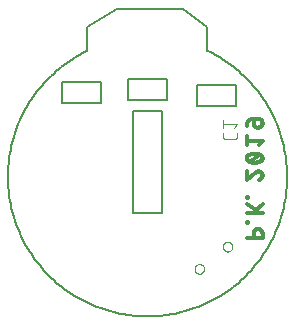
<source format=gbo>
G75*
%MOIN*%
%OFA0B0*%
%FSLAX25Y25*%
%IPPOS*%
%LPD*%
%AMOC8*
5,1,8,0,0,1.08239X$1,22.5*
%
%ADD10C,0.00600*%
%ADD11C,0.01300*%
%ADD12C,0.00000*%
%ADD13C,0.00500*%
%ADD14C,0.00400*%
D10*
X0061300Y0123300D02*
X0060276Y0122797D01*
X0059265Y0122269D01*
X0058267Y0121717D01*
X0057283Y0121140D01*
X0056314Y0120539D01*
X0055359Y0119915D01*
X0054420Y0119267D01*
X0053498Y0118597D01*
X0052591Y0117904D01*
X0051703Y0117189D01*
X0050832Y0116453D01*
X0049979Y0115695D01*
X0049145Y0114917D01*
X0048331Y0114118D01*
X0047536Y0113300D01*
X0046761Y0112463D01*
X0046008Y0111606D01*
X0045275Y0110732D01*
X0044565Y0109840D01*
X0043876Y0108931D01*
X0043210Y0108005D01*
X0042567Y0107063D01*
X0041947Y0106106D01*
X0041350Y0105133D01*
X0040778Y0104147D01*
X0040230Y0103146D01*
X0039707Y0102133D01*
X0039208Y0101107D01*
X0038735Y0100069D01*
X0038288Y0099020D01*
X0037867Y0097960D01*
X0037471Y0096890D01*
X0037102Y0095811D01*
X0036760Y0094723D01*
X0036444Y0093627D01*
X0036155Y0092523D01*
X0035894Y0091413D01*
X0035659Y0090297D01*
X0035452Y0089175D01*
X0035273Y0088049D01*
X0035122Y0086918D01*
X0034998Y0085784D01*
X0034902Y0084648D01*
X0034833Y0083509D01*
X0034793Y0082369D01*
X0034781Y0081229D01*
X0034797Y0080088D01*
X0034840Y0078948D01*
X0034912Y0077810D01*
X0035012Y0076674D01*
X0035139Y0075540D01*
X0035294Y0074410D01*
X0035477Y0073285D01*
X0035687Y0072163D01*
X0035925Y0071048D01*
X0036190Y0069938D01*
X0036482Y0068836D01*
X0036801Y0067741D01*
X0037147Y0066654D01*
X0037519Y0065576D01*
X0037918Y0064507D01*
X0038343Y0063449D01*
X0038793Y0062401D01*
X0039269Y0061364D01*
X0039771Y0060340D01*
X0040297Y0059328D01*
X0040848Y0058329D01*
X0041423Y0057344D01*
X0042023Y0056374D01*
X0042646Y0055418D01*
X0043292Y0054478D01*
X0043961Y0053555D01*
X0044652Y0052648D01*
X0045366Y0051758D01*
X0046101Y0050886D01*
X0046857Y0050032D01*
X0047634Y0049197D01*
X0048431Y0048381D01*
X0049248Y0047585D01*
X0050085Y0046809D01*
X0050940Y0046054D01*
X0051813Y0045321D01*
X0052704Y0044608D01*
X0053612Y0043918D01*
X0054537Y0043251D01*
X0055478Y0042606D01*
X0056434Y0041985D01*
X0057405Y0041387D01*
X0058391Y0040813D01*
X0059391Y0040263D01*
X0060403Y0039739D01*
X0061429Y0039239D01*
X0062466Y0038764D01*
X0063514Y0038315D01*
X0064574Y0037892D01*
X0065643Y0037495D01*
X0066722Y0037124D01*
X0067809Y0036780D01*
X0068905Y0036463D01*
X0070008Y0036172D01*
X0071117Y0035909D01*
X0072233Y0035673D01*
X0073355Y0035465D01*
X0074481Y0035284D01*
X0075611Y0035130D01*
X0076745Y0035005D01*
X0077881Y0034907D01*
X0079020Y0034837D01*
X0080159Y0034795D01*
X0081300Y0034781D01*
X0082441Y0034795D01*
X0083580Y0034837D01*
X0084719Y0034907D01*
X0085855Y0035005D01*
X0086989Y0035130D01*
X0088119Y0035284D01*
X0089245Y0035465D01*
X0090367Y0035673D01*
X0091483Y0035909D01*
X0092592Y0036172D01*
X0093695Y0036463D01*
X0094791Y0036780D01*
X0095878Y0037124D01*
X0096957Y0037495D01*
X0098026Y0037892D01*
X0099086Y0038315D01*
X0100134Y0038764D01*
X0101171Y0039239D01*
X0102197Y0039739D01*
X0103209Y0040263D01*
X0104209Y0040813D01*
X0105195Y0041387D01*
X0106166Y0041985D01*
X0107122Y0042606D01*
X0108063Y0043251D01*
X0108988Y0043918D01*
X0109896Y0044608D01*
X0110787Y0045321D01*
X0111660Y0046054D01*
X0112515Y0046809D01*
X0113352Y0047585D01*
X0114169Y0048381D01*
X0114966Y0049197D01*
X0115743Y0050032D01*
X0116499Y0050886D01*
X0117234Y0051758D01*
X0117948Y0052648D01*
X0118639Y0053555D01*
X0119308Y0054478D01*
X0119954Y0055418D01*
X0120577Y0056374D01*
X0121177Y0057344D01*
X0121752Y0058329D01*
X0122303Y0059328D01*
X0122829Y0060340D01*
X0123331Y0061364D01*
X0123807Y0062401D01*
X0124257Y0063449D01*
X0124682Y0064507D01*
X0125081Y0065576D01*
X0125453Y0066654D01*
X0125799Y0067741D01*
X0126118Y0068836D01*
X0126410Y0069938D01*
X0126675Y0071048D01*
X0126913Y0072163D01*
X0127123Y0073285D01*
X0127306Y0074410D01*
X0127461Y0075540D01*
X0127588Y0076674D01*
X0127688Y0077810D01*
X0127760Y0078948D01*
X0127803Y0080088D01*
X0127819Y0081229D01*
X0127807Y0082369D01*
X0127767Y0083509D01*
X0127698Y0084648D01*
X0127602Y0085784D01*
X0127478Y0086918D01*
X0127327Y0088049D01*
X0127148Y0089175D01*
X0126941Y0090297D01*
X0126706Y0091413D01*
X0126445Y0092523D01*
X0126156Y0093627D01*
X0125840Y0094723D01*
X0125498Y0095811D01*
X0125129Y0096890D01*
X0124733Y0097960D01*
X0124312Y0099020D01*
X0123865Y0100069D01*
X0123392Y0101107D01*
X0122893Y0102133D01*
X0122370Y0103146D01*
X0121822Y0104147D01*
X0121250Y0105133D01*
X0120653Y0106106D01*
X0120033Y0107063D01*
X0119390Y0108005D01*
X0118724Y0108931D01*
X0118035Y0109840D01*
X0117325Y0110732D01*
X0116592Y0111606D01*
X0115839Y0112463D01*
X0115064Y0113300D01*
X0114269Y0114118D01*
X0113455Y0114917D01*
X0112621Y0115695D01*
X0111768Y0116453D01*
X0110897Y0117189D01*
X0110009Y0117904D01*
X0109102Y0118597D01*
X0108180Y0119267D01*
X0107241Y0119915D01*
X0106286Y0120539D01*
X0105317Y0121140D01*
X0104333Y0121717D01*
X0103335Y0122269D01*
X0102324Y0122797D01*
X0101300Y0123300D01*
X0101300Y0131300D01*
X0093300Y0137300D01*
X0071300Y0137300D01*
X0061300Y0131300D01*
X0061300Y0123300D01*
D11*
X0114350Y0094797D02*
X0114350Y0091853D01*
X0114350Y0093325D02*
X0119650Y0093325D01*
X0118472Y0091853D01*
X0117000Y0086000D02*
X0116876Y0086002D01*
X0116752Y0086007D01*
X0116629Y0086016D01*
X0116506Y0086028D01*
X0116383Y0086044D01*
X0116261Y0086063D01*
X0116139Y0086086D01*
X0116018Y0086112D01*
X0115898Y0086141D01*
X0115778Y0086174D01*
X0115660Y0086211D01*
X0115543Y0086250D01*
X0115426Y0086293D01*
X0115312Y0086340D01*
X0115198Y0086389D01*
X0115086Y0086442D01*
X0115528Y0086295D02*
X0118472Y0088650D01*
X0118914Y0088502D02*
X0118974Y0088479D01*
X0119033Y0088453D01*
X0119090Y0088424D01*
X0119146Y0088391D01*
X0119199Y0088355D01*
X0119250Y0088316D01*
X0119298Y0088273D01*
X0119344Y0088228D01*
X0119388Y0088181D01*
X0119428Y0088131D01*
X0119465Y0088079D01*
X0119500Y0088024D01*
X0119531Y0087968D01*
X0119558Y0087910D01*
X0119582Y0087850D01*
X0119603Y0087789D01*
X0119620Y0087727D01*
X0119633Y0087664D01*
X0119642Y0087600D01*
X0119648Y0087536D01*
X0119650Y0087472D01*
X0119648Y0087408D01*
X0119642Y0087344D01*
X0119633Y0087280D01*
X0119620Y0087217D01*
X0119603Y0087155D01*
X0119582Y0087094D01*
X0119558Y0087034D01*
X0119531Y0086976D01*
X0119500Y0086920D01*
X0119465Y0086865D01*
X0119428Y0086813D01*
X0119388Y0086763D01*
X0119344Y0086716D01*
X0119298Y0086671D01*
X0119250Y0086628D01*
X0119199Y0086589D01*
X0119146Y0086553D01*
X0119090Y0086520D01*
X0119033Y0086491D01*
X0118974Y0086465D01*
X0118914Y0086442D01*
X0118914Y0088503D02*
X0118802Y0088556D01*
X0118689Y0088605D01*
X0118574Y0088652D01*
X0118458Y0088695D01*
X0118340Y0088734D01*
X0118222Y0088771D01*
X0118102Y0088804D01*
X0117982Y0088833D01*
X0117861Y0088859D01*
X0117739Y0088882D01*
X0117617Y0088901D01*
X0117494Y0088917D01*
X0117371Y0088929D01*
X0117248Y0088938D01*
X0117124Y0088943D01*
X0117000Y0088945D01*
X0117000Y0086000D02*
X0117124Y0086002D01*
X0117248Y0086007D01*
X0117371Y0086016D01*
X0117494Y0086028D01*
X0117617Y0086044D01*
X0117739Y0086063D01*
X0117861Y0086086D01*
X0117982Y0086112D01*
X0118102Y0086141D01*
X0118222Y0086174D01*
X0118340Y0086211D01*
X0118457Y0086250D01*
X0118574Y0086293D01*
X0118688Y0086340D01*
X0118802Y0086389D01*
X0118914Y0086442D01*
X0117000Y0088945D02*
X0116876Y0088943D01*
X0116752Y0088938D01*
X0116629Y0088929D01*
X0116506Y0088917D01*
X0116383Y0088901D01*
X0116261Y0088882D01*
X0116139Y0088859D01*
X0116018Y0088833D01*
X0115898Y0088804D01*
X0115778Y0088771D01*
X0115660Y0088734D01*
X0115543Y0088695D01*
X0115426Y0088652D01*
X0115312Y0088605D01*
X0115198Y0088556D01*
X0115086Y0088503D01*
X0115086Y0088502D02*
X0115026Y0088479D01*
X0114967Y0088453D01*
X0114910Y0088424D01*
X0114854Y0088391D01*
X0114801Y0088355D01*
X0114750Y0088316D01*
X0114702Y0088273D01*
X0114656Y0088228D01*
X0114612Y0088181D01*
X0114572Y0088131D01*
X0114535Y0088079D01*
X0114500Y0088024D01*
X0114469Y0087968D01*
X0114442Y0087910D01*
X0114418Y0087850D01*
X0114397Y0087789D01*
X0114380Y0087727D01*
X0114367Y0087664D01*
X0114358Y0087600D01*
X0114352Y0087536D01*
X0114350Y0087472D01*
X0114352Y0087408D01*
X0114358Y0087344D01*
X0114367Y0087280D01*
X0114380Y0087217D01*
X0114397Y0087155D01*
X0114418Y0087094D01*
X0114442Y0087034D01*
X0114469Y0086976D01*
X0114500Y0086920D01*
X0114535Y0086865D01*
X0114572Y0086813D01*
X0114612Y0086763D01*
X0114656Y0086716D01*
X0114702Y0086671D01*
X0114750Y0086628D01*
X0114801Y0086589D01*
X0114854Y0086553D01*
X0114910Y0086520D01*
X0114967Y0086491D01*
X0115026Y0086465D01*
X0115086Y0086442D01*
X0114350Y0083092D02*
X0114350Y0080148D01*
X0117294Y0082650D01*
X0119650Y0081767D02*
X0119648Y0081688D01*
X0119643Y0081609D01*
X0119633Y0081530D01*
X0119621Y0081452D01*
X0119604Y0081374D01*
X0119584Y0081298D01*
X0119560Y0081222D01*
X0119533Y0081147D01*
X0119503Y0081074D01*
X0119469Y0081003D01*
X0119431Y0080933D01*
X0119391Y0080864D01*
X0119347Y0080798D01*
X0119301Y0080734D01*
X0119251Y0080672D01*
X0119199Y0080613D01*
X0119144Y0080556D01*
X0119086Y0080501D01*
X0119026Y0080450D01*
X0118963Y0080401D01*
X0118899Y0080355D01*
X0118832Y0080313D01*
X0118763Y0080273D01*
X0118693Y0080237D01*
X0118621Y0080204D01*
X0118547Y0080174D01*
X0118472Y0080148D01*
X0117295Y0082650D02*
X0117346Y0082701D01*
X0117399Y0082749D01*
X0117455Y0082795D01*
X0117513Y0082838D01*
X0117573Y0082877D01*
X0117635Y0082914D01*
X0117699Y0082947D01*
X0117764Y0082977D01*
X0117831Y0083004D01*
X0117899Y0083027D01*
X0117969Y0083047D01*
X0118039Y0083063D01*
X0118110Y0083076D01*
X0118181Y0083085D01*
X0118253Y0083090D01*
X0118325Y0083092D01*
X0118397Y0083090D01*
X0118468Y0083084D01*
X0118539Y0083075D01*
X0118610Y0083061D01*
X0118679Y0083044D01*
X0118748Y0083023D01*
X0118815Y0082998D01*
X0118881Y0082970D01*
X0118946Y0082938D01*
X0119008Y0082902D01*
X0119069Y0082864D01*
X0119127Y0082822D01*
X0119183Y0082777D01*
X0119236Y0082729D01*
X0119287Y0082678D01*
X0119335Y0082625D01*
X0119380Y0082569D01*
X0119422Y0082511D01*
X0119460Y0082450D01*
X0119496Y0082388D01*
X0119528Y0082323D01*
X0119556Y0082257D01*
X0119581Y0082190D01*
X0119602Y0082121D01*
X0119619Y0082052D01*
X0119633Y0081981D01*
X0119642Y0081910D01*
X0119648Y0081839D01*
X0119650Y0081767D01*
X0114644Y0074549D02*
X0114350Y0074549D01*
X0114350Y0074254D01*
X0114644Y0074254D01*
X0114644Y0074549D01*
X0114350Y0072117D02*
X0117589Y0070350D01*
X0116411Y0069172D02*
X0119650Y0072117D01*
X0119650Y0069172D02*
X0114350Y0069172D01*
X0114350Y0066355D02*
X0114350Y0066061D01*
X0114644Y0066061D01*
X0114644Y0066355D01*
X0114350Y0066355D01*
X0116706Y0062451D02*
X0116706Y0060979D01*
X0116706Y0062451D02*
X0116708Y0062527D01*
X0116714Y0062602D01*
X0116724Y0062678D01*
X0116737Y0062752D01*
X0116755Y0062826D01*
X0116776Y0062899D01*
X0116801Y0062970D01*
X0116829Y0063040D01*
X0116861Y0063109D01*
X0116897Y0063176D01*
X0116936Y0063241D01*
X0116978Y0063304D01*
X0117024Y0063365D01*
X0117072Y0063423D01*
X0117124Y0063478D01*
X0117178Y0063531D01*
X0117235Y0063581D01*
X0117294Y0063628D01*
X0117356Y0063672D01*
X0117420Y0063713D01*
X0117486Y0063750D01*
X0117554Y0063784D01*
X0117623Y0063815D01*
X0117694Y0063841D01*
X0117767Y0063864D01*
X0117840Y0063884D01*
X0117914Y0063899D01*
X0117989Y0063911D01*
X0118064Y0063919D01*
X0118140Y0063923D01*
X0118216Y0063923D01*
X0118292Y0063919D01*
X0118367Y0063911D01*
X0118442Y0063899D01*
X0118516Y0063884D01*
X0118589Y0063864D01*
X0118662Y0063841D01*
X0118733Y0063815D01*
X0118802Y0063784D01*
X0118870Y0063750D01*
X0118936Y0063713D01*
X0119000Y0063672D01*
X0119062Y0063628D01*
X0119121Y0063581D01*
X0119178Y0063531D01*
X0119232Y0063478D01*
X0119284Y0063423D01*
X0119332Y0063365D01*
X0119378Y0063304D01*
X0119420Y0063241D01*
X0119459Y0063176D01*
X0119495Y0063109D01*
X0119527Y0063040D01*
X0119555Y0062970D01*
X0119580Y0062899D01*
X0119601Y0062826D01*
X0119619Y0062752D01*
X0119632Y0062678D01*
X0119642Y0062602D01*
X0119648Y0062527D01*
X0119650Y0062451D01*
X0119650Y0060979D01*
X0114350Y0060979D01*
X0117883Y0097706D02*
X0118178Y0097706D01*
X0117883Y0097705D02*
X0117817Y0097707D01*
X0117751Y0097712D01*
X0117686Y0097722D01*
X0117621Y0097735D01*
X0117557Y0097751D01*
X0117494Y0097771D01*
X0117432Y0097795D01*
X0117372Y0097822D01*
X0117313Y0097852D01*
X0117256Y0097886D01*
X0117201Y0097922D01*
X0117149Y0097962D01*
X0117098Y0098005D01*
X0117050Y0098050D01*
X0117005Y0098098D01*
X0116962Y0098149D01*
X0116922Y0098201D01*
X0116886Y0098256D01*
X0116852Y0098313D01*
X0116822Y0098372D01*
X0116795Y0098432D01*
X0116771Y0098494D01*
X0116751Y0098557D01*
X0116735Y0098621D01*
X0116722Y0098686D01*
X0116712Y0098751D01*
X0116707Y0098817D01*
X0116705Y0098883D01*
X0116706Y0098883D02*
X0116706Y0100650D01*
X0118178Y0100650D01*
X0118254Y0100648D01*
X0118329Y0100642D01*
X0118405Y0100632D01*
X0118479Y0100619D01*
X0118553Y0100601D01*
X0118626Y0100580D01*
X0118697Y0100555D01*
X0118767Y0100527D01*
X0118836Y0100495D01*
X0118903Y0100459D01*
X0118968Y0100420D01*
X0119031Y0100378D01*
X0119092Y0100332D01*
X0119150Y0100284D01*
X0119205Y0100232D01*
X0119258Y0100178D01*
X0119308Y0100121D01*
X0119355Y0100062D01*
X0119399Y0100000D01*
X0119440Y0099936D01*
X0119477Y0099870D01*
X0119511Y0099802D01*
X0119542Y0099733D01*
X0119568Y0099662D01*
X0119591Y0099589D01*
X0119611Y0099516D01*
X0119626Y0099442D01*
X0119638Y0099367D01*
X0119646Y0099292D01*
X0119650Y0099216D01*
X0119650Y0099140D01*
X0119646Y0099064D01*
X0119638Y0098989D01*
X0119626Y0098914D01*
X0119611Y0098840D01*
X0119591Y0098767D01*
X0119568Y0098694D01*
X0119542Y0098623D01*
X0119511Y0098554D01*
X0119477Y0098486D01*
X0119440Y0098420D01*
X0119399Y0098356D01*
X0119355Y0098294D01*
X0119308Y0098235D01*
X0119258Y0098178D01*
X0119205Y0098124D01*
X0119150Y0098072D01*
X0119092Y0098024D01*
X0119031Y0097978D01*
X0118968Y0097936D01*
X0118903Y0097897D01*
X0118836Y0097861D01*
X0118767Y0097829D01*
X0118697Y0097801D01*
X0118626Y0097776D01*
X0118553Y0097755D01*
X0118479Y0097737D01*
X0118405Y0097724D01*
X0118329Y0097714D01*
X0118254Y0097708D01*
X0118178Y0097706D01*
X0116706Y0100650D02*
X0116611Y0100648D01*
X0116516Y0100642D01*
X0116422Y0100633D01*
X0116328Y0100619D01*
X0116235Y0100602D01*
X0116142Y0100582D01*
X0116051Y0100557D01*
X0115960Y0100529D01*
X0115871Y0100497D01*
X0115783Y0100461D01*
X0115696Y0100423D01*
X0115611Y0100380D01*
X0115528Y0100334D01*
X0115447Y0100285D01*
X0115368Y0100233D01*
X0115291Y0100177D01*
X0115216Y0100119D01*
X0115144Y0100057D01*
X0115074Y0099993D01*
X0115007Y0099926D01*
X0114943Y0099856D01*
X0114881Y0099784D01*
X0114823Y0099709D01*
X0114767Y0099632D01*
X0114715Y0099553D01*
X0114666Y0099472D01*
X0114620Y0099389D01*
X0114577Y0099304D01*
X0114539Y0099217D01*
X0114503Y0099129D01*
X0114471Y0099040D01*
X0114443Y0098949D01*
X0114418Y0098858D01*
X0114398Y0098765D01*
X0114381Y0098672D01*
X0114367Y0098578D01*
X0114358Y0098484D01*
X0114352Y0098389D01*
X0114350Y0098294D01*
D12*
X0106428Y0057994D02*
X0106430Y0058074D01*
X0106436Y0058153D01*
X0106446Y0058232D01*
X0106460Y0058311D01*
X0106477Y0058389D01*
X0106499Y0058466D01*
X0106524Y0058541D01*
X0106554Y0058615D01*
X0106586Y0058688D01*
X0106623Y0058759D01*
X0106663Y0058828D01*
X0106706Y0058895D01*
X0106753Y0058960D01*
X0106802Y0059022D01*
X0106855Y0059082D01*
X0106911Y0059139D01*
X0106969Y0059194D01*
X0107030Y0059245D01*
X0107094Y0059293D01*
X0107160Y0059338D01*
X0107228Y0059380D01*
X0107298Y0059418D01*
X0107370Y0059452D01*
X0107443Y0059483D01*
X0107518Y0059511D01*
X0107595Y0059534D01*
X0107672Y0059554D01*
X0107750Y0059570D01*
X0107829Y0059582D01*
X0107908Y0059590D01*
X0107988Y0059594D01*
X0108068Y0059594D01*
X0108148Y0059590D01*
X0108227Y0059582D01*
X0108306Y0059570D01*
X0108384Y0059554D01*
X0108461Y0059534D01*
X0108538Y0059511D01*
X0108613Y0059483D01*
X0108686Y0059452D01*
X0108758Y0059418D01*
X0108828Y0059380D01*
X0108896Y0059338D01*
X0108962Y0059293D01*
X0109026Y0059245D01*
X0109087Y0059194D01*
X0109145Y0059139D01*
X0109201Y0059082D01*
X0109254Y0059022D01*
X0109303Y0058960D01*
X0109350Y0058895D01*
X0109393Y0058828D01*
X0109433Y0058759D01*
X0109470Y0058688D01*
X0109502Y0058615D01*
X0109532Y0058541D01*
X0109557Y0058466D01*
X0109579Y0058389D01*
X0109596Y0058311D01*
X0109610Y0058232D01*
X0109620Y0058153D01*
X0109626Y0058074D01*
X0109628Y0057994D01*
X0109626Y0057914D01*
X0109620Y0057835D01*
X0109610Y0057756D01*
X0109596Y0057677D01*
X0109579Y0057599D01*
X0109557Y0057522D01*
X0109532Y0057447D01*
X0109502Y0057373D01*
X0109470Y0057300D01*
X0109433Y0057229D01*
X0109393Y0057160D01*
X0109350Y0057093D01*
X0109303Y0057028D01*
X0109254Y0056966D01*
X0109201Y0056906D01*
X0109145Y0056849D01*
X0109087Y0056794D01*
X0109026Y0056743D01*
X0108962Y0056695D01*
X0108896Y0056650D01*
X0108828Y0056608D01*
X0108758Y0056570D01*
X0108686Y0056536D01*
X0108613Y0056505D01*
X0108538Y0056477D01*
X0108461Y0056454D01*
X0108384Y0056434D01*
X0108306Y0056418D01*
X0108227Y0056406D01*
X0108148Y0056398D01*
X0108068Y0056394D01*
X0107988Y0056394D01*
X0107908Y0056398D01*
X0107829Y0056406D01*
X0107750Y0056418D01*
X0107672Y0056434D01*
X0107595Y0056454D01*
X0107518Y0056477D01*
X0107443Y0056505D01*
X0107370Y0056536D01*
X0107298Y0056570D01*
X0107228Y0056608D01*
X0107160Y0056650D01*
X0107094Y0056695D01*
X0107030Y0056743D01*
X0106969Y0056794D01*
X0106911Y0056849D01*
X0106855Y0056906D01*
X0106802Y0056966D01*
X0106753Y0057028D01*
X0106706Y0057093D01*
X0106663Y0057160D01*
X0106623Y0057229D01*
X0106586Y0057300D01*
X0106554Y0057373D01*
X0106524Y0057447D01*
X0106499Y0057522D01*
X0106477Y0057599D01*
X0106460Y0057677D01*
X0106446Y0057756D01*
X0106436Y0057835D01*
X0106430Y0057914D01*
X0106428Y0057994D01*
X0096972Y0050606D02*
X0096974Y0050686D01*
X0096980Y0050765D01*
X0096990Y0050844D01*
X0097004Y0050923D01*
X0097021Y0051001D01*
X0097043Y0051078D01*
X0097068Y0051153D01*
X0097098Y0051227D01*
X0097130Y0051300D01*
X0097167Y0051371D01*
X0097207Y0051440D01*
X0097250Y0051507D01*
X0097297Y0051572D01*
X0097346Y0051634D01*
X0097399Y0051694D01*
X0097455Y0051751D01*
X0097513Y0051806D01*
X0097574Y0051857D01*
X0097638Y0051905D01*
X0097704Y0051950D01*
X0097772Y0051992D01*
X0097842Y0052030D01*
X0097914Y0052064D01*
X0097987Y0052095D01*
X0098062Y0052123D01*
X0098139Y0052146D01*
X0098216Y0052166D01*
X0098294Y0052182D01*
X0098373Y0052194D01*
X0098452Y0052202D01*
X0098532Y0052206D01*
X0098612Y0052206D01*
X0098692Y0052202D01*
X0098771Y0052194D01*
X0098850Y0052182D01*
X0098928Y0052166D01*
X0099005Y0052146D01*
X0099082Y0052123D01*
X0099157Y0052095D01*
X0099230Y0052064D01*
X0099302Y0052030D01*
X0099372Y0051992D01*
X0099440Y0051950D01*
X0099506Y0051905D01*
X0099570Y0051857D01*
X0099631Y0051806D01*
X0099689Y0051751D01*
X0099745Y0051694D01*
X0099798Y0051634D01*
X0099847Y0051572D01*
X0099894Y0051507D01*
X0099937Y0051440D01*
X0099977Y0051371D01*
X0100014Y0051300D01*
X0100046Y0051227D01*
X0100076Y0051153D01*
X0100101Y0051078D01*
X0100123Y0051001D01*
X0100140Y0050923D01*
X0100154Y0050844D01*
X0100164Y0050765D01*
X0100170Y0050686D01*
X0100172Y0050606D01*
X0100170Y0050526D01*
X0100164Y0050447D01*
X0100154Y0050368D01*
X0100140Y0050289D01*
X0100123Y0050211D01*
X0100101Y0050134D01*
X0100076Y0050059D01*
X0100046Y0049985D01*
X0100014Y0049912D01*
X0099977Y0049841D01*
X0099937Y0049772D01*
X0099894Y0049705D01*
X0099847Y0049640D01*
X0099798Y0049578D01*
X0099745Y0049518D01*
X0099689Y0049461D01*
X0099631Y0049406D01*
X0099570Y0049355D01*
X0099506Y0049307D01*
X0099440Y0049262D01*
X0099372Y0049220D01*
X0099302Y0049182D01*
X0099230Y0049148D01*
X0099157Y0049117D01*
X0099082Y0049089D01*
X0099005Y0049066D01*
X0098928Y0049046D01*
X0098850Y0049030D01*
X0098771Y0049018D01*
X0098692Y0049010D01*
X0098612Y0049006D01*
X0098532Y0049006D01*
X0098452Y0049010D01*
X0098373Y0049018D01*
X0098294Y0049030D01*
X0098216Y0049046D01*
X0098139Y0049066D01*
X0098062Y0049089D01*
X0097987Y0049117D01*
X0097914Y0049148D01*
X0097842Y0049182D01*
X0097772Y0049220D01*
X0097704Y0049262D01*
X0097638Y0049307D01*
X0097574Y0049355D01*
X0097513Y0049406D01*
X0097455Y0049461D01*
X0097399Y0049518D01*
X0097346Y0049578D01*
X0097297Y0049640D01*
X0097250Y0049705D01*
X0097207Y0049772D01*
X0097167Y0049841D01*
X0097130Y0049912D01*
X0097098Y0049985D01*
X0097068Y0050059D01*
X0097043Y0050134D01*
X0097021Y0050211D01*
X0097004Y0050289D01*
X0096990Y0050368D01*
X0096980Y0050447D01*
X0096974Y0050526D01*
X0096972Y0050606D01*
D13*
X0076623Y0069272D02*
X0076623Y0103328D01*
X0085977Y0103328D01*
X0085977Y0069272D01*
X0076623Y0069272D01*
X0097800Y0104800D02*
X0110800Y0104800D01*
X0110800Y0111800D01*
X0097800Y0111800D01*
X0097800Y0104800D01*
X0087800Y0106800D02*
X0087800Y0113800D01*
X0074800Y0113800D01*
X0074800Y0106800D01*
X0087800Y0106800D01*
X0065800Y0105800D02*
X0065800Y0112800D01*
X0052800Y0112800D01*
X0052800Y0105800D01*
X0065800Y0105800D01*
D14*
X0106500Y0100100D02*
X0106500Y0097544D01*
X0106500Y0098822D02*
X0111100Y0098822D01*
X0110078Y0097544D01*
X0111100Y0095826D02*
X0111100Y0094804D01*
X0111098Y0094742D01*
X0111093Y0094681D01*
X0111083Y0094620D01*
X0111070Y0094559D01*
X0111054Y0094500D01*
X0111034Y0094442D01*
X0111010Y0094385D01*
X0110983Y0094329D01*
X0110953Y0094275D01*
X0110919Y0094223D01*
X0110882Y0094174D01*
X0110843Y0094126D01*
X0110801Y0094081D01*
X0110756Y0094039D01*
X0110708Y0093999D01*
X0110659Y0093963D01*
X0110607Y0093929D01*
X0110553Y0093899D01*
X0110497Y0093872D01*
X0110440Y0093848D01*
X0110382Y0093828D01*
X0110323Y0093812D01*
X0110262Y0093799D01*
X0110201Y0093789D01*
X0110140Y0093784D01*
X0110078Y0093782D01*
X0110078Y0093781D02*
X0107522Y0093781D01*
X0107522Y0093782D02*
X0107460Y0093784D01*
X0107399Y0093789D01*
X0107338Y0093799D01*
X0107277Y0093812D01*
X0107218Y0093828D01*
X0107160Y0093848D01*
X0107103Y0093872D01*
X0107047Y0093899D01*
X0106993Y0093929D01*
X0106941Y0093963D01*
X0106892Y0093999D01*
X0106844Y0094039D01*
X0106799Y0094081D01*
X0106757Y0094126D01*
X0106717Y0094174D01*
X0106681Y0094223D01*
X0106647Y0094275D01*
X0106617Y0094329D01*
X0106590Y0094385D01*
X0106566Y0094442D01*
X0106546Y0094500D01*
X0106530Y0094559D01*
X0106517Y0094620D01*
X0106507Y0094681D01*
X0106502Y0094742D01*
X0106500Y0094804D01*
X0106500Y0095826D01*
M02*

</source>
